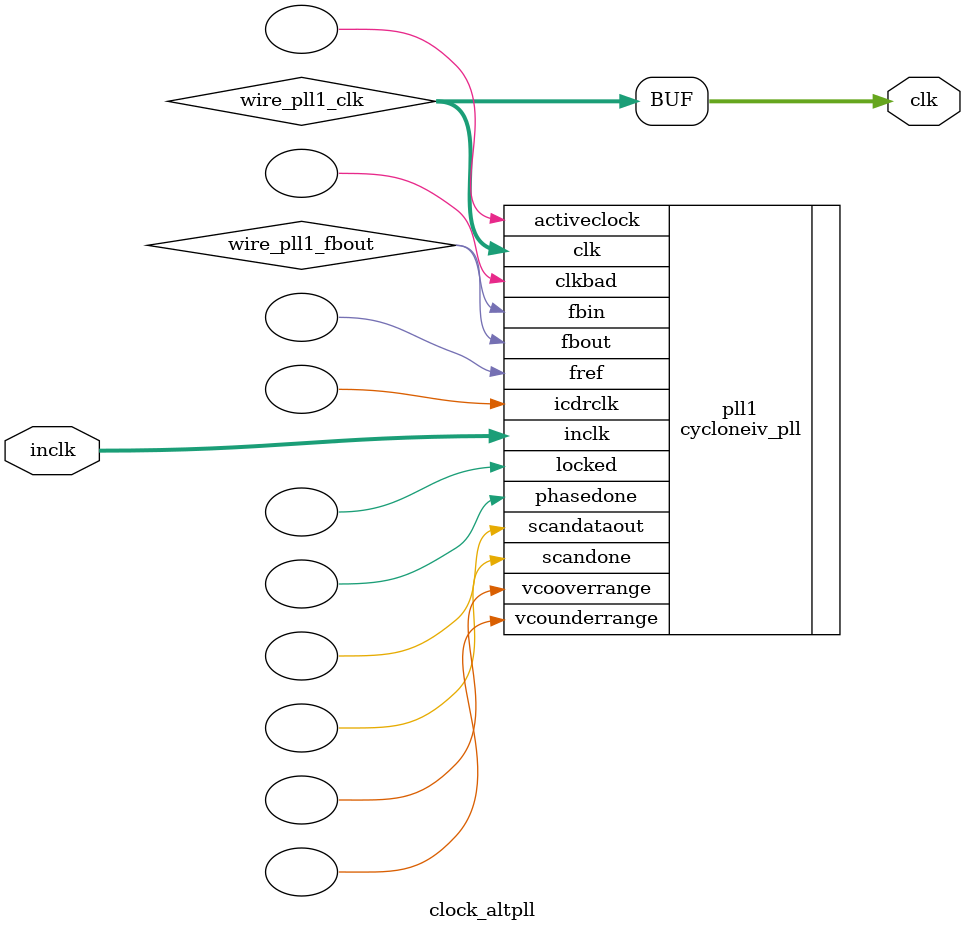
<source format=v>






//synthesis_resources = cycloneiv_pll 1 
//synopsys translate_off
`timescale 1 ps / 1 ps
//synopsys translate_on
module  clock_altpll
	( 
	clk,
	inclk) /* synthesis synthesis_clearbox=1 */;
	output   [4:0]  clk;
	input   [1:0]  inclk;
`ifndef ALTERA_RESERVED_QIS
// synopsys translate_off
`endif
	tri0   [1:0]  inclk;
`ifndef ALTERA_RESERVED_QIS
// synopsys translate_on
`endif

	wire  [4:0]   wire_pll1_clk;
	wire  wire_pll1_fbout;

	cycloneiv_pll   pll1
	( 
	.activeclock(),
	.clk(wire_pll1_clk),
	.clkbad(),
	.fbin(wire_pll1_fbout),
	.fbout(wire_pll1_fbout),
	.fref(),
	.icdrclk(),
	.inclk(inclk),
	.locked(),
	.phasedone(),
	.scandataout(),
	.scandone(),
	.vcooverrange(),
	.vcounderrange()
	`ifndef FORMAL_VERIFICATION
	// synopsys translate_off
	`endif
	,
	.areset(1'b0),
	.clkswitch(1'b0),
	.configupdate(1'b0),
	.pfdena(1'b1),
	.phasecounterselect({3{1'b0}}),
	.phasestep(1'b0),
	.phaseupdown(1'b0),
	.scanclk(1'b0),
	.scanclkena(1'b1),
	.scandata(1'b0)
	`ifndef FORMAL_VERIFICATION
	// synopsys translate_on
	`endif
	);
	defparam
		pll1.bandwidth_type = "auto",
		pll1.clk0_divide_by = 1,
		pll1.clk0_duty_cycle = 50,
		pll1.clk0_multiply_by = 1,
		pll1.clk0_phase_shift = "0",
		pll1.compensate_clock = "clk0",
		pll1.inclk0_input_frequency = 20000,
		pll1.operation_mode = "normal",
		pll1.pll_type = "auto",
		pll1.lpm_type = "cycloneiv_pll";
	assign
		clk = {wire_pll1_clk[4:0]};
endmodule //clock_altpll
//VALID FILE

</source>
